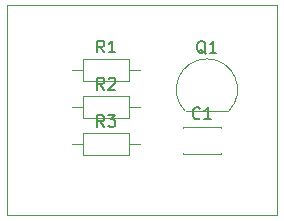
<source format=gbr>
G04 #@! TF.GenerationSoftware,KiCad,Pcbnew,(5.1.2)-2*
G04 #@! TF.CreationDate,2019-08-09T21:51:25-03:00*
G04 #@! TF.ProjectId,Minicurso IEEE,4d696e69-6375-4727-936f-20494545452e,rev?*
G04 #@! TF.SameCoordinates,Original*
G04 #@! TF.FileFunction,Legend,Top*
G04 #@! TF.FilePolarity,Positive*
%FSLAX46Y46*%
G04 Gerber Fmt 4.6, Leading zero omitted, Abs format (unit mm)*
G04 Created by KiCad (PCBNEW (5.1.2)-2) date 2019-08-09 21:51:25*
%MOMM*%
%LPD*%
G04 APERTURE LIST*
%ADD10C,0.050000*%
%ADD11C,0.120000*%
%ADD12C,0.150000*%
G04 APERTURE END LIST*
D10*
X53340000Y-114300000D02*
X53340000Y-96520000D01*
X76200000Y-114300000D02*
X53340000Y-114300000D01*
X76200000Y-96520000D02*
X76200000Y-114300000D01*
X53340000Y-96520000D02*
X76200000Y-96520000D01*
D11*
X64590000Y-108260000D02*
X63640000Y-108260000D01*
X58850000Y-108260000D02*
X59800000Y-108260000D01*
X63640000Y-107340000D02*
X59800000Y-107340000D01*
X63640000Y-109180000D02*
X63640000Y-107340000D01*
X59800000Y-109180000D02*
X63640000Y-109180000D01*
X59800000Y-107340000D02*
X59800000Y-109180000D01*
X64590000Y-105110000D02*
X63640000Y-105110000D01*
X58850000Y-105110000D02*
X59800000Y-105110000D01*
X63640000Y-104190000D02*
X59800000Y-104190000D01*
X63640000Y-106030000D02*
X63640000Y-104190000D01*
X59800000Y-106030000D02*
X63640000Y-106030000D01*
X59800000Y-104190000D02*
X59800000Y-106030000D01*
X64590000Y-101960000D02*
X63640000Y-101960000D01*
X58850000Y-101960000D02*
X59800000Y-101960000D01*
X63640000Y-101040000D02*
X59800000Y-101040000D01*
X63640000Y-102880000D02*
X63640000Y-101040000D01*
X59800000Y-102880000D02*
X63640000Y-102880000D01*
X59800000Y-101040000D02*
X59800000Y-102880000D01*
X72098478Y-105478478D02*
G75*
G03X70260000Y-101040000I-1838478J1838478D01*
G01*
X68421522Y-105478478D02*
G75*
G02X70260000Y-101040000I1838478J1838478D01*
G01*
X68460000Y-105490000D02*
X72060000Y-105490000D01*
X71450000Y-109005000D02*
X71450000Y-109070000D01*
X71450000Y-106830000D02*
X71450000Y-106895000D01*
X68210000Y-109005000D02*
X68210000Y-109070000D01*
X68210000Y-106830000D02*
X68210000Y-106895000D01*
X68210000Y-109070000D02*
X71450000Y-109070000D01*
X68210000Y-106830000D02*
X71450000Y-106830000D01*
D12*
X61553333Y-106792380D02*
X61220000Y-106316190D01*
X60981904Y-106792380D02*
X60981904Y-105792380D01*
X61362857Y-105792380D01*
X61458095Y-105840000D01*
X61505714Y-105887619D01*
X61553333Y-105982857D01*
X61553333Y-106125714D01*
X61505714Y-106220952D01*
X61458095Y-106268571D01*
X61362857Y-106316190D01*
X60981904Y-106316190D01*
X61886666Y-105792380D02*
X62505714Y-105792380D01*
X62172380Y-106173333D01*
X62315238Y-106173333D01*
X62410476Y-106220952D01*
X62458095Y-106268571D01*
X62505714Y-106363809D01*
X62505714Y-106601904D01*
X62458095Y-106697142D01*
X62410476Y-106744761D01*
X62315238Y-106792380D01*
X62029523Y-106792380D01*
X61934285Y-106744761D01*
X61886666Y-106697142D01*
X61553333Y-103642380D02*
X61220000Y-103166190D01*
X60981904Y-103642380D02*
X60981904Y-102642380D01*
X61362857Y-102642380D01*
X61458095Y-102690000D01*
X61505714Y-102737619D01*
X61553333Y-102832857D01*
X61553333Y-102975714D01*
X61505714Y-103070952D01*
X61458095Y-103118571D01*
X61362857Y-103166190D01*
X60981904Y-103166190D01*
X61934285Y-102737619D02*
X61981904Y-102690000D01*
X62077142Y-102642380D01*
X62315238Y-102642380D01*
X62410476Y-102690000D01*
X62458095Y-102737619D01*
X62505714Y-102832857D01*
X62505714Y-102928095D01*
X62458095Y-103070952D01*
X61886666Y-103642380D01*
X62505714Y-103642380D01*
X61553333Y-100492380D02*
X61220000Y-100016190D01*
X60981904Y-100492380D02*
X60981904Y-99492380D01*
X61362857Y-99492380D01*
X61458095Y-99540000D01*
X61505714Y-99587619D01*
X61553333Y-99682857D01*
X61553333Y-99825714D01*
X61505714Y-99920952D01*
X61458095Y-99968571D01*
X61362857Y-100016190D01*
X60981904Y-100016190D01*
X62505714Y-100492380D02*
X61934285Y-100492380D01*
X62220000Y-100492380D02*
X62220000Y-99492380D01*
X62124761Y-99635238D01*
X62029523Y-99730476D01*
X61934285Y-99778095D01*
X70164761Y-100627619D02*
X70069523Y-100580000D01*
X69974285Y-100484761D01*
X69831428Y-100341904D01*
X69736190Y-100294285D01*
X69640952Y-100294285D01*
X69688571Y-100532380D02*
X69593333Y-100484761D01*
X69498095Y-100389523D01*
X69450476Y-100199047D01*
X69450476Y-99865714D01*
X69498095Y-99675238D01*
X69593333Y-99580000D01*
X69688571Y-99532380D01*
X69879047Y-99532380D01*
X69974285Y-99580000D01*
X70069523Y-99675238D01*
X70117142Y-99865714D01*
X70117142Y-100199047D01*
X70069523Y-100389523D01*
X69974285Y-100484761D01*
X69879047Y-100532380D01*
X69688571Y-100532380D01*
X71069523Y-100532380D02*
X70498095Y-100532380D01*
X70783809Y-100532380D02*
X70783809Y-99532380D01*
X70688571Y-99675238D01*
X70593333Y-99770476D01*
X70498095Y-99818095D01*
X69663333Y-106057142D02*
X69615714Y-106104761D01*
X69472857Y-106152380D01*
X69377619Y-106152380D01*
X69234761Y-106104761D01*
X69139523Y-106009523D01*
X69091904Y-105914285D01*
X69044285Y-105723809D01*
X69044285Y-105580952D01*
X69091904Y-105390476D01*
X69139523Y-105295238D01*
X69234761Y-105200000D01*
X69377619Y-105152380D01*
X69472857Y-105152380D01*
X69615714Y-105200000D01*
X69663333Y-105247619D01*
X70615714Y-106152380D02*
X70044285Y-106152380D01*
X70330000Y-106152380D02*
X70330000Y-105152380D01*
X70234761Y-105295238D01*
X70139523Y-105390476D01*
X70044285Y-105438095D01*
M02*

</source>
